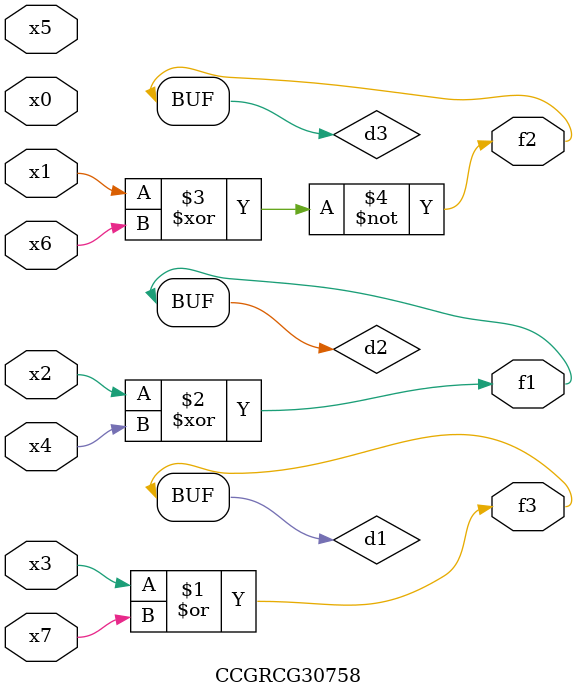
<source format=v>
module CCGRCG30758(
	input x0, x1, x2, x3, x4, x5, x6, x7,
	output f1, f2, f3
);

	wire d1, d2, d3;

	or (d1, x3, x7);
	xor (d2, x2, x4);
	xnor (d3, x1, x6);
	assign f1 = d2;
	assign f2 = d3;
	assign f3 = d1;
endmodule

</source>
